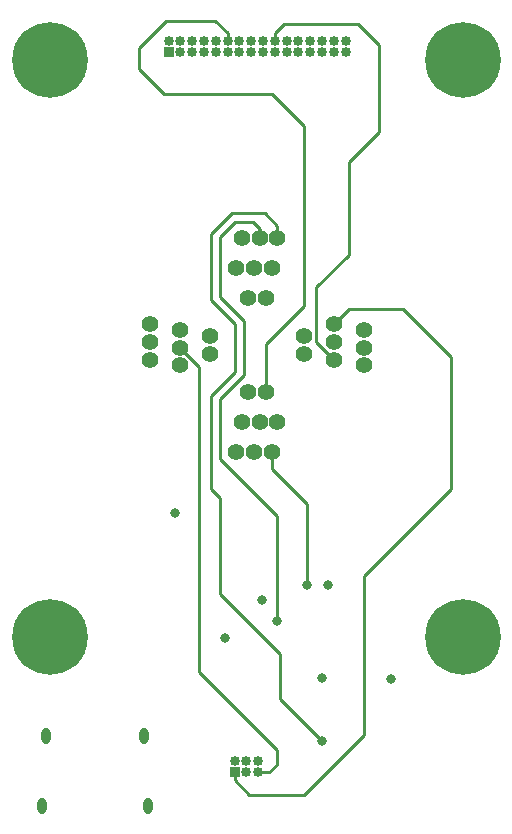
<source format=gbr>
%TF.GenerationSoftware,KiCad,Pcbnew,(5.1.7)-1*%
%TF.CreationDate,2021-11-27T18:52:12+01:00*%
%TF.ProjectId,SFP-32 Clampshell,5346502d-3332-4204-936c-616d70736865,rev?*%
%TF.SameCoordinates,Original*%
%TF.FileFunction,Copper,L3,Inr*%
%TF.FilePolarity,Positive*%
%FSLAX46Y46*%
G04 Gerber Fmt 4.6, Leading zero omitted, Abs format (unit mm)*
G04 Created by KiCad (PCBNEW (5.1.7)-1) date 2021-11-27 18:52:12*
%MOMM*%
%LPD*%
G01*
G04 APERTURE LIST*
%TA.AperFunction,ComponentPad*%
%ADD10C,0.800000*%
%TD*%
%TA.AperFunction,ComponentPad*%
%ADD11C,6.400000*%
%TD*%
%TA.AperFunction,ComponentPad*%
%ADD12O,0.850000X0.850000*%
%TD*%
%TA.AperFunction,ComponentPad*%
%ADD13R,0.850000X0.850000*%
%TD*%
%TA.AperFunction,ComponentPad*%
%ADD14O,0.800000X1.400000*%
%TD*%
%TA.AperFunction,ComponentPad*%
%ADD15C,1.400000*%
%TD*%
%TA.AperFunction,ViaPad*%
%ADD16C,0.800000*%
%TD*%
%TA.AperFunction,Conductor*%
%ADD17C,0.250000*%
%TD*%
G04 APERTURE END LIST*
D10*
%TO.N,5*%
%TO.C,M3*%
X134412056Y-81487944D03*
X132715000Y-80785000D03*
X131017944Y-81487944D03*
X130315000Y-83185000D03*
X131017944Y-84882056D03*
X132715000Y-85585000D03*
X134412056Y-84882056D03*
X135115000Y-83185000D03*
D11*
X132715000Y-83185000D03*
%TD*%
%TO.N,5*%
%TO.C,M3*%
X167640000Y-83185000D03*
D10*
X170040000Y-83185000D03*
X169337056Y-84882056D03*
X167640000Y-85585000D03*
X165942944Y-84882056D03*
X165240000Y-83185000D03*
X165942944Y-81487944D03*
X167640000Y-80785000D03*
X169337056Y-81487944D03*
%TD*%
D11*
%TO.N,5*%
%TO.C,M3*%
X132715000Y-34290000D03*
D10*
X135115000Y-34290000D03*
X134412056Y-35987056D03*
X132715000Y-36690000D03*
X131017944Y-35987056D03*
X130315000Y-34290000D03*
X131017944Y-32592944D03*
X132715000Y-31890000D03*
X134412056Y-32592944D03*
%TD*%
%TO.N,5*%
%TO.C,M3*%
X169337056Y-32592944D03*
X167640000Y-31890000D03*
X165942944Y-32592944D03*
X165240000Y-34290000D03*
X165942944Y-35987056D03*
X167640000Y-36690000D03*
X169337056Y-35987056D03*
X170040000Y-34290000D03*
D11*
X167640000Y-34290000D03*
%TD*%
D12*
%TO.N,5*%
%TO.C,J3*%
X150336000Y-93615000D03*
%TO.N,29*%
X150336000Y-94615000D03*
%TO.N,15*%
X149336000Y-93615000D03*
%TO.N,17*%
X149336000Y-94615000D03*
%TO.N,18*%
X148336000Y-93615000D03*
D13*
%TO.N,16*%
X148336000Y-94615000D03*
%TD*%
D14*
%TO.N,N/C*%
%TO.C,J2*%
X132035000Y-97455000D03*
X141015000Y-97455000D03*
X140655000Y-91505000D03*
X132395000Y-91505000D03*
%TD*%
D15*
%TO.N,32*%
%TO.C,U1*%
X143684999Y-60170000D03*
%TO.N,31*%
X141144999Y-59670000D03*
%TO.N,30*%
X146224999Y-59170000D03*
%TO.N,29*%
X143684999Y-58670000D03*
%TO.N,28*%
X141144999Y-58170000D03*
%TO.N,27*%
X146224999Y-57670000D03*
%TO.N,26*%
X143684999Y-57170000D03*
%TO.N,25*%
X141144999Y-56670000D03*
%TO.N,24*%
X148474999Y-51880000D03*
%TO.N,23*%
X148974999Y-49340000D03*
%TO.N,22*%
X149474999Y-54420000D03*
%TO.N,21*%
X149974999Y-51880000D03*
%TO.N,20*%
X150474999Y-49340000D03*
%TO.N,19*%
X150974999Y-54420000D03*
%TO.N,18*%
X151474999Y-51880000D03*
%TO.N,17*%
X151974999Y-49340000D03*
%TO.N,16*%
X156764999Y-56670000D03*
%TO.N,15*%
X159304999Y-57170000D03*
%TO.N,14*%
X154224999Y-57670000D03*
%TO.N,13*%
X156764999Y-58170000D03*
%TO.N,12*%
X159304999Y-58670000D03*
%TO.N,11*%
X154224999Y-59170000D03*
%TO.N,10*%
X156764999Y-59670000D03*
%TO.N,9*%
X159304999Y-60170000D03*
%TO.N,8*%
X151974999Y-64960000D03*
%TO.N,7*%
X151474999Y-67500000D03*
%TO.N,6*%
X150974999Y-62420000D03*
%TO.N,5*%
X150474999Y-64960000D03*
%TO.N,18*%
X149974999Y-67500000D03*
%TO.N,3*%
X149474999Y-62420000D03*
%TO.N,2*%
X148974999Y-64960000D03*
%TO.N,1*%
X148474999Y-67500000D03*
%TD*%
D12*
%TO.N,16*%
%TO.C,J1*%
X157748000Y-32655000D03*
%TO.N,17*%
X157748000Y-33655000D03*
%TO.N,15*%
X156748000Y-32655000D03*
%TO.N,18*%
X156748000Y-33655000D03*
%TO.N,14*%
X155748000Y-32655000D03*
%TO.N,19*%
X155748000Y-33655000D03*
%TO.N,13*%
X154748000Y-32655000D03*
%TO.N,20*%
X154748000Y-33655000D03*
%TO.N,12*%
X153748000Y-32655000D03*
%TO.N,21*%
X153748000Y-33655000D03*
%TO.N,11*%
X152748000Y-32655000D03*
%TO.N,22*%
X152748000Y-33655000D03*
%TO.N,10*%
X151748000Y-32655000D03*
%TO.N,23*%
X151748000Y-33655000D03*
%TO.N,9*%
X150748000Y-32655000D03*
%TO.N,24*%
X150748000Y-33655000D03*
%TO.N,8*%
X149748000Y-32655000D03*
%TO.N,25*%
X149748000Y-33655000D03*
%TO.N,7*%
X148748000Y-32655000D03*
%TO.N,26*%
X148748000Y-33655000D03*
%TO.N,6*%
X147748000Y-32655000D03*
%TO.N,27*%
X147748000Y-33655000D03*
%TO.N,5*%
X146748000Y-32655000D03*
%TO.N,28*%
X146748000Y-33655000D03*
%TO.N,18*%
X145748000Y-32655000D03*
%TO.N,29*%
X145748000Y-33655000D03*
%TO.N,3*%
X144748000Y-32655000D03*
%TO.N,30*%
X144748000Y-33655000D03*
%TO.N,2*%
X143748000Y-32655000D03*
%TO.N,31*%
X143748000Y-33655000D03*
%TO.N,1*%
X142748000Y-32655000D03*
D13*
%TO.N,32*%
X142748000Y-33655000D03*
%TD*%
D16*
%TO.N,20*%
X151892000Y-81788000D03*
%TO.N,18*%
X143256000Y-72644000D03*
X147500000Y-83238000D03*
X150622000Y-80010000D03*
%TO.N,17*%
X155702000Y-91948000D03*
%TO.N,8*%
X156210000Y-78740000D03*
%TO.N,7*%
X154432000Y-78740000D03*
%TO.N,5*%
X161605000Y-86675000D03*
X155702000Y-86614000D03*
%TD*%
D17*
%TO.N,29*%
X143684999Y-58670000D02*
X145288000Y-60273001D01*
X145288000Y-60273001D02*
X145288000Y-86106000D01*
X145288000Y-86106000D02*
X151892000Y-92710000D01*
X151892000Y-92710000D02*
X151892000Y-93980000D01*
X151257000Y-94615000D02*
X150336000Y-94615000D01*
X151892000Y-93980000D02*
X151257000Y-94615000D01*
%TO.N,20*%
X151892000Y-81788000D02*
X151892000Y-81788000D01*
X150474999Y-49340000D02*
X150474999Y-48620999D01*
X150474999Y-48620999D02*
X149860000Y-48006000D01*
X149860000Y-48006000D02*
X148336000Y-48006000D01*
X148336000Y-48006000D02*
X147066000Y-49276000D01*
X147066000Y-49276000D02*
X147066000Y-54356000D01*
X147066000Y-54356000D02*
X149098000Y-56388000D01*
X149098000Y-56388000D02*
X149098000Y-60960000D01*
X149098000Y-60960000D02*
X147066000Y-62992000D01*
X147066000Y-62992000D02*
X147066000Y-68072000D01*
X151892000Y-72898000D02*
X151892000Y-75692000D01*
X147066000Y-68072000D02*
X151892000Y-72898000D01*
X151892000Y-75692000D02*
X151892000Y-81788000D01*
X151892000Y-75438000D02*
X151892000Y-75692000D01*
%TO.N,17*%
X152146000Y-88392000D02*
X155702000Y-91948000D01*
X151974999Y-49340000D02*
X151974999Y-48342999D01*
X146304000Y-54610000D02*
X148336000Y-56642000D01*
X151974999Y-48342999D02*
X150876000Y-47244000D01*
X150876000Y-47244000D02*
X148082000Y-47244000D01*
X148082000Y-47244000D02*
X146304000Y-49022000D01*
X146304000Y-49022000D02*
X146304000Y-54610000D01*
X148336000Y-56642000D02*
X148336000Y-60706000D01*
X146304000Y-70612000D02*
X147066000Y-71374000D01*
X148336000Y-60706000D02*
X146304000Y-62738000D01*
X147066000Y-71374000D02*
X147066000Y-79502000D01*
X147066000Y-79502000D02*
X152146000Y-84582000D01*
X146304000Y-62738000D02*
X146304000Y-70612000D01*
X152146000Y-84582000D02*
X152146000Y-88392000D01*
%TO.N,16*%
X148336000Y-95290000D02*
X149566000Y-96520000D01*
X148336000Y-94615000D02*
X148336000Y-95290000D01*
X149566000Y-96520000D02*
X154178000Y-96520000D01*
X154178000Y-96520000D02*
X159258000Y-91440000D01*
X166624000Y-70612000D02*
X159258000Y-77978000D01*
X162560000Y-55372000D02*
X166624000Y-59436000D01*
X166624000Y-59436000D02*
X166624000Y-70612000D01*
X158062999Y-55372000D02*
X162560000Y-55372000D01*
X156764999Y-56670000D02*
X158062999Y-55372000D01*
X159258000Y-91440000D02*
X159258000Y-77978000D01*
%TO.N,10*%
X155250000Y-58155001D02*
X155250000Y-53538000D01*
X156764999Y-59670000D02*
X155250000Y-58155001D01*
X155250000Y-53538000D02*
X157988000Y-50800000D01*
X157988000Y-50800000D02*
X157988000Y-42926000D01*
X157988000Y-42926000D02*
X160528000Y-40386000D01*
X160528000Y-40386000D02*
X160528000Y-33020000D01*
X160528000Y-33020000D02*
X158750000Y-31242000D01*
X151748000Y-32053960D02*
X151748000Y-32655000D01*
X152559960Y-31242000D02*
X151748000Y-32053960D01*
X158750000Y-31242000D02*
X152559960Y-31242000D01*
%TO.N,7*%
X154432000Y-78740000D02*
X154432000Y-71882000D01*
X151474999Y-68924999D02*
X151474999Y-67500000D01*
X154432000Y-71882000D02*
X151474999Y-68924999D01*
%TO.N,6*%
X140208000Y-35052000D02*
X140208000Y-33274000D01*
X140208000Y-33274000D02*
X142494000Y-30988000D01*
X147748000Y-32053960D02*
X147748000Y-32655000D01*
X146682040Y-30988000D02*
X147748000Y-32053960D01*
X142494000Y-30988000D02*
X146682040Y-30988000D01*
X151511000Y-37211000D02*
X142367000Y-37211000D01*
X154178000Y-39878000D02*
X151511000Y-37211000D01*
X154178000Y-55118000D02*
X154178000Y-39878000D01*
X150974999Y-62420000D02*
X150974999Y-58321001D01*
X150974999Y-58321001D02*
X154178000Y-55118000D01*
X142367000Y-37211000D02*
X140208000Y-35052000D01*
%TD*%
M02*

</source>
